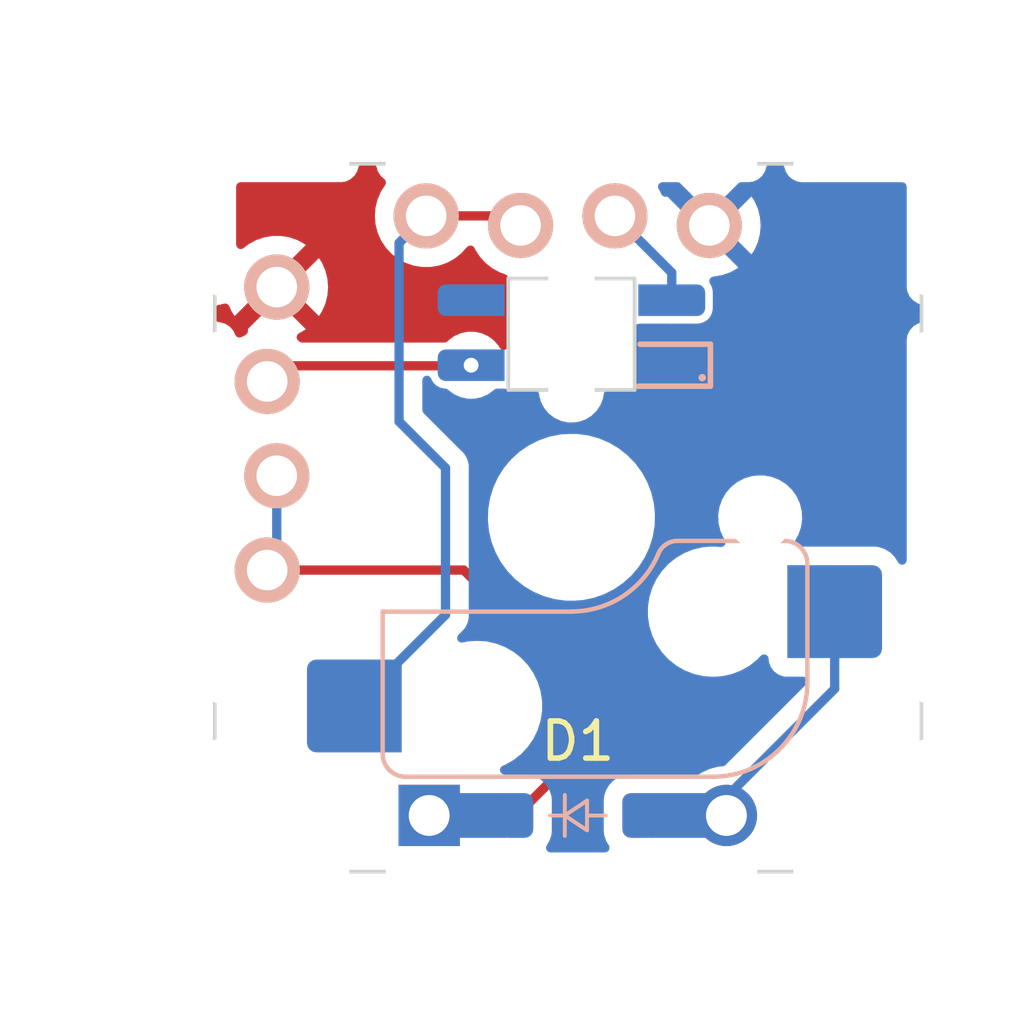
<source format=kicad_pcb>
(kicad_pcb (version 20221018) (generator pcbnew)
  (layers (0 "F.Cu" signal) (31 "B.Cu" signal) (34 "B.Paste" user) (35 "F.Paste" user) (36 "B.SilkS" user "B.Silkscreen") (37 "F.SilkS" user "F.Silkscreen") (38 "B.Mask" user) (39 "F.Mask" user) (44 "Edge.Cuts" user))
  (net 0 "")
  (net 1 "/Row")
  (net 2 "Net-(D1-A)")
  (net 3 "/Column")
  (net 4 "GND")
  (net 5 "Net-(J1-Pin_2)")
  (net 6 "Net-(J2-Pin_3)")
  (net 7 "VDD")
  (footprint "ergodonk_kicad_library:D_SOD-123_DO-35_Hybrid_DoubleSided" (layer "F.Cu") (at 181.88 93.4272)
    (fp_text reference "D1" (at 0 -2) (layer "F.SilkS"))
    (fp_text value "D")
    (fp_line (start -0.75 0) (end -0.35 0) (stroke (width 0.1)) (layer "B.SilkS"))
    (fp_line (start -0.35 0) (end -0.35 -0.55) (stroke (width 0.1)) (layer "B.SilkS"))
    (fp_line (start -0.35 0) (end -0.35 0.55) (stroke (width 0.1)) (layer "B.SilkS"))
    (fp_line (start -0.35 0) (end 0.25 0.4) (stroke (width 0.1)) (layer "B.SilkS"))
    (fp_line (start 0.25 -0.4) (end -0.35 0) (stroke (width 0.1)) (layer "B.SilkS"))
    (fp_line (start 0.25 0) (end 0.75 0) (stroke (width 0.1)) (layer "B.SilkS"))
    (fp_line (start 0.25 0.4) (end 0.25 -0.4) (stroke (width 0.1)) (layer "B.SilkS"))
    (fp_line (start -0.75 0) (end -0.35 0) (stroke (width 0.1)) (layer "F.SilkS"))
    (fp_line (start -0.35 0) (end -0.35 -0.55) (stroke (width 0.1)) (layer "F.SilkS"))
    (fp_line (start -0.35 0) (end -0.35 0.55) (stroke (width 0.1)) (layer "F.SilkS"))
    (fp_line (start -0.35 0) (end 0.25 -0.4) (stroke (width 0.1)) (layer "F.SilkS"))
    (fp_line (start 0.25 -0.4) (end 0.25 0.4) (stroke (width 0.1)) (layer "F.SilkS"))
    (fp_line (start 0.25 0) (end 0.75 0) (stroke (width 0.1)) (layer "F.SilkS"))
    (fp_line (start 0.25 0.4) (end -0.35 0) (stroke (width 0.1)) (layer "F.SilkS"))
    (pad "1" thru_hole rect (at -4 0) (size 1.65 1.65) (drill 1.1) (layers "*.Cu" "*.Mask") (net 1 "/Row"))
    (pad "1" smd rect (at -2.75 0) (size 1.6 1.2) (layers "B.Cu") (net 1 "/Row"))
    (pad "1" smd rect (at -2.7 0) (size 1.6 1.2) (layers "F.Cu") (net 1 "/Row"))
    (pad "1" smd roundrect (at -1.65 0) (size 0.9 1.2) (layers "F.Cu" "F.Paste" "F.Mask") (net 1 "/Row"))
    (pad "1" smd roundrect (at -1.65 0) (size 0.9 1.2) (layers "B.Cu" "B.Paste" "B.Mask") (net 1 "/Row"))
    (pad "2" smd roundrect (at 1.65 0) (size 0.9 1.2) (layers "F.Cu" "F.Paste" "F.Mask") (net 2 "Net-(D1-A)"))
    (pad "2" smd roundrect (at 1.65 0) (size 0.9 1.2) (layers "B.Cu" "B.Paste" "B.Mask") (net 2 "Net-(D1-A)"))
    (pad "2" smd rect (at 2.7 0) (size 1.6 1.2) (layers "F.Cu") (net 2 "Net-(D1-A)"))
    (pad "2" smd rect (at 2.7 0) (size 1.6 1.2) (layers "B.Cu") (net 2 "Net-(D1-A)"))
    (pad "2" thru_hole circle (at 4 0) (size 1.65 1.65) (drill 1.1) (layers "*.Cu" "*.Mask") (net 2 "Net-(D1-A)"))
  )
  (footprint "ergodonk_kicad_library:amoeba_executive_4pinn_conn" (layer "F.Cu") (at 173.65 83.01 90)
    (fp_text reference "J2" hide)
    (fp_text value "Conn_01x04_MountingPin" hide)
    (pad "1" thru_hole circle (at -3.81 -0.1286 270) (size 1.7526 1.7526) (drill 1.0922) (layers "*.Cu" "*.SilkS" "*.Mask") (net 1 "/Row"))
    (pad "2" thru_hole circle (at -1.27 0.1286 270) (size 1.7526 1.7526) (drill 1.0922) (layers "*.Cu" "*.SilkS" "*.Mask") (net 1 "/Row"))
    (pad "3" thru_hole circle (at 1.27 -0.1286 270) (size 1.7526 1.7526) (drill 1.0922) (layers "*.Cu" "*.SilkS" "*.Mask") (net 6 "Net-(J2-Pin_3)"))
    (pad "4" thru_hole circle (at 3.81 0.1286 270) (size 1.7526 1.7526) (drill 1.0922) (layers "*.Cu" "*.SilkS" "*.Mask") (net 7 "VDD"))
  )
  (footprint "ergodonk_kicad_library:amoeba_executive_4pinn_conn" (layer "F.Cu") (at 181.61 77.4114 180)
    (fp_text reference "J1" hide)
    (fp_text value "Conn_01x04_MountingPin" hide)
    (pad "1" thru_hole circle (at -3.81 -0.1286) (size 1.7526 1.7526) (drill 1.0922) (layers "*.Cu" "*.SilkS" "*.Mask") (net 4 "GND"))
    (pad "2" thru_hole circle (at -1.27 0.1286) (size 1.7526 1.7526) (drill 1.0922) (layers "*.Cu" "*.SilkS" "*.Mask") (net 5 "Net-(J1-Pin_2)"))
    (pad "3" thru_hole circle (at 1.27 -0.1286) (size 1.7526 1.7526) (drill 1.0922) (layers "*.Cu" "*.SilkS" "*.Mask") (net 3 "/Column"))
    (pad "4" thru_hole circle (at 3.81 0.1286) (size 1.7526 1.7526) (drill 1.0922) (layers "*.Cu" "*.SilkS" "*.Mask") (net 3 "/Column"))
  )
  (footprint "ergodonk_kicad_library:amoeba_executive_V2" (layer "F.Cu") (at 181.7087 85.3989)
    (fp_text reference "SW1" hide)
    (fp_text value "SW_PUSH_LED")
    (fp_line (start -5.08 2.54) (end -5.08 2.54) (stroke (width 0.12)) (layer "B.SilkS"))
    (fp_line (start -5.08 2.54) (end -5.08 2.54) (stroke (width 0.12)) (layer "B.SilkS"))
    (fp_line (start -5.08 6.36) (end -5.08 2.54) (stroke (width 0.12)) (layer "B.SilkS"))
    (fp_line (start -4.46 6.985) (end 3.81 6.985) (stroke (width 0.12)) (layer "B.SilkS"))
    (fp_line (start 0 2.54) (end -5.08 2.54) (stroke (width 0.12)) (layer "B.SilkS"))
    (fp_line (start 0 2.54) (end 0 2.54) (stroke (width 0.12)) (layer "B.SilkS"))
    (fp_line (start 1.8005 -3.529865) (end 3.7245 -3.529865) (stroke (width 0.15)) (layer "B.SilkS"))
    (fp_line (start 2.86 0.635) (end 5.72 0.635) (stroke (width 0.12)) (layer "B.SilkS"))
    (fp_line (start 3.7405 -4.659865) (end 1.8465 -4.659865) (stroke (width 0.15)) (layer "B.SilkS"))
    (fp_line (start 3.7405 -3.529865) (end 3.7405 -4.659865) (stroke (width 0.15)) (layer "B.SilkS"))
    (fp_line (start 3.81 6.985) (end 3.81 6.985) (stroke (width 0.12)) (layer "B.SilkS"))
    (fp_line (start 6.35 1.25) (end 6.35 4.445) (stroke (width 0.12)) (layer "B.SilkS"))
    (fp_line (start 6.35 4.445) (end 6.35 4.445) (stroke (width 0.12)) (layer "B.SilkS"))
    (fp_arc (start -4.465 6.985) (mid -4.899871 6.804871) (end -5.08 6.37) (stroke (width 0.12)) (layer "B.SilkS"))
    (fp_arc (start 2.34 0.98) (mid 1.405313 2.11213) (end 0 2.536928) (stroke (width 0.12)) (layer "B.SilkS"))
    (fp_arc (start 2.34 0.98) (mid 2.547384 0.727888) (end 2.859999 0.633863) (stroke (width 0.12)) (layer "B.SilkS"))
    (fp_arc (start 5.735129 0.635) (mid 6.170006 0.815123) (end 6.350129 1.25) (stroke (width 0.12)) (layer "B.SilkS"))
    (fp_arc (start 6.35 4.445) (mid 5.606051 6.241051) (end 3.81 6.985) (stroke (width 0.12)) (layer "B.SilkS"))
    (fp_circle (center 3.5205 -3.759865) (end 3.6205 -3.759865) (fill solid) (layer "B.SilkS"))
    (fp_line (start -1.6995 -6.429865) (end -1.6995 -3.429865) (stroke (width 0.1)) (layer "Edge.Cuts"))
    (fp_line (start 1.7005 -6.429865) (end -1.6995 -6.429865) (stroke (width 0.1)) (layer "Edge.Cuts"))
    (fp_line (start 1.7005 -3.429865) (end -1.6995 -3.429865) (stroke (width 0.1)) (layer "Edge.Cuts"))
    (fp_line (start 1.7005 -3.429865) (end 1.7005 -6.429865) (stroke (width 0.1)) (layer "Edge.Cuts"))
    (pad "" np_thru_hole oval (at -9.525 -7.875 90) (size 3.8 0.5) (drill oval 3.8 0.5) (layers "F&B.Cu" "*.Mask"))
    (pad "" np_thru_hole oval (at -9.525 0 90) (size 10 0.5) (drill oval 10 0.5) (layers "F&B.Cu" "*.Mask"))
    (pad "" np_thru_hole oval (at -9.525 7.875 90) (size 3.8 0.5) (drill oval 3.8 0.5) (layers "F&B.Cu" "*.Mask"))
    (pad "" np_thru_hole oval (at -7.875 -9.525) (size 3.8 0.5) (drill oval 3.8 0.5) (layers "F&B.Cu" "*.Mask"))
    (pad "" np_thru_hole oval (at -7.875 9.525) (size 3.8 0.5) (drill oval 3.8 0.5) (layers "F&B.Cu" "*.Mask"))
    (pad "" np_thru_hole circle (at -5.08 0 180) (size 1.75 1.75) (drill 1.75) (layers "*.Cu" "*.Mask"))
    (pad "" np_thru_hole circle (at -5.08 0 180) (size 1.75 1.75) (drill 1.75) (layers "*.Cu" "*.Mask"))
    (pad "" np_thru_hole circle (at -2.54 5.08 180) (size 3 3) (drill 3) (layers "*.Cu" "*.Mask"))
    (pad "" np_thru_hole oval (at 0 -9.525) (size 10 0.5) (drill oval 10 0.5) (layers "F&B.Cu" "*.Mask"))
    (pad "" np_thru_hole circle (at 0 0 180) (size 3.9878 3.9878) (drill 3.9878) (layers "*.Cu" "*.Mask"))
    (pad "" np_thru_hole circle (at 0 0 180) (size 3.9878 3.9878) (drill 3.9878) (layers "*.Cu" "*.Mask"))
    (pad "" np_thru_hole oval (at 0 9.525) (size 10 0.5) (drill oval 10 0.5) (layers "F&B.Cu" "*.Mask"))
    (pad "" np_thru_hole circle (at 0.0005 -6.429865 180) (size 1.25 1.25) (drill 1.25) (layers "F&B.Cu" "*.Mask"))
    (pad "" np_thru_hole circle (at 0.0005 -3.430135 180) (size 1.25 1.25) (drill 1.25) (layers "F&B.Cu" "*.Mask"))
    (pad "" np_thru_hole circle (at 3.81 2.54 180) (size 3 3) (drill 3) (layers "*.Cu" "*.Mask"))
    (pad "" np_thru_hole circle (at 5.08 0 180) (size 1.75 1.75) (drill 1.75) (layers "*.Cu" "*.Mask"))
    (pad "" np_thru_hole circle (at 5.08 0 180) (size 1.75 1.75) (drill 1.75) (layers "*.Cu" "*.Mask"))
    (pad "" np_thru_hole oval (at 7.875 -9.525) (size 3.8 0.5) (drill oval 3.8 0.5) (layers "F&B.Cu" "*.Mask"))
    (pad "" np_thru_hole oval (at 7.875 9.525) (size 3.8 0.5) (drill oval 3.8 0.5) (layers "F&B.Cu" "*.Mask"))
    (pad "" np_thru_hole oval (at 9.525 -7.875 90) (size 3.8 0.5) (drill oval 3.8 0.5) (layers "F&B.Cu" "*.Mask"))
    (pad "" np_thru_hole oval (at 9.525 0 90) (size 10 0.5) (drill oval 10 0.5) (layers "F&B.Cu" "*.Mask"))
    (pad "" np_thru_hole oval (at 9.525 7.875 90) (size 3.8 0.5) (drill oval 3.8 0.5) (layers "F&B.Cu" "*.Mask"))
    (pad "1" smd custom (at -2.6995 -5.844865) (size 0.85 0.85) (layers "B.Cu") (net 7 "VDD") (clearance 0.2) (options (clearance outline) (anchor circle)) (primitives (gr_poly (pts (xy -0.9 -0.2125) (xy -0.883824 -0.29382) (xy -0.83776 -0.36276) (xy -0.76882 -0.408824) (xy -0.6875 -0.425) (xy 0.9 -0.425) (xy 0.9 0.425) (xy -0.6875 0.425) (xy -0.76882 0.408824) (xy -0.83776 0.36276) (xy -0.883824 0.29382) (xy -0.9 0.2125)) (width 0) (fill yes))))
    (pad "2" smd custom (at -2.6995 -4.094865 180) (size 0.85 0.85) (layers "B.Cu") (net 6 "Net-(J2-Pin_3)") (clearance 0.2) (options (clearance outline) (anchor circle)) (primitives (gr_poly (pts (xy -0.9 -0.425) (xy 0.6875 -0.425) (xy 0.76882 -0.408824) (xy 0.83776 -0.36276) (xy 0.883824 -0.29382) (xy 0.9 -0.2125) (xy 0.9 0.2125) (xy 0.883824 0.29382) (xy 0.83776 0.36276) (xy 0.76882 0.408824) (xy 0.6875 0.425) (xy -0.9 0.425)) (width 0) (fill yes))))
    (pad "3" smd custom (at 2.7005 -4.099865 180) (size 0.85 0.85) (layers "B.Cu") (net 4 "GND") (clearance 0.2) (options (clearance outline) (anchor circle)) (primitives (gr_poly (pts (xy 0.9 -0.425) (xy -0.6875 -0.425) (xy -0.76882 -0.408824) (xy -0.83776 -0.36276) (xy -0.883824 -0.29382) (xy -0.9 -0.2125) (xy -0.9 0.2125) (xy -0.883824 0.29382) (xy -0.83776 0.36276) (xy -0.76882 0.408824) (xy -0.6875 0.425) (xy 0.9 0.425)) (width 0) (fill yes))))
    (pad "4" smd custom (at 2.7005 -5.844865) (size 0.85 0.85) (layers "B.Cu") (net 5 "Net-(J1-Pin_2)") (clearance 0.2) (options (clearance outline) (anchor circle)) (primitives (gr_poly (pts (xy -0.9 -0.425) (xy 0.6875 -0.425) (xy 0.76882 -0.408824) (xy 0.83776 -0.36276) (xy 0.883824 -0.29382) (xy 0.9 -0.2125) (xy 0.9 0.2125) (xy 0.883824 0.29382) (xy 0.83776 0.36276) (xy 0.76882 0.408824) (xy 0.6875 0.425) (xy -0.9 0.425)) (width 0) (fill yes))))
    (pad "5" smd roundrect (at 7.085 2.54 180) (size 2.55 2.5) (layers "B.Cu" "B.Paste" "B.Mask") (roundrect_rratio 0.1) (chamfer_ratio 0) (chamfer top_right bottom_right) (net 2 "Net-(D1-A)"))
    (pad "6" smd roundrect (at -5.842 5.08 180) (size 2.55 2.5) (layers "B.Cu" "B.Paste" "B.Mask") (roundrect_rratio 0.1) (chamfer_ratio 0) (chamfer top_left bottom_left) (net 3 "/Column"))
  )
  (gr_rect (start 172.11 75.88) (end 191.13 94.94) (stroke (width 0.1)) (fill none) (layer "Edge.Cuts"))
  (segment (start 181.58 92.0772) (end 180.23 93.4272) (width 0.25) (layer "F.Cu") (net 1))
  (segment (start 181.58 89.59) (end 181.58 92.0772) (width 0.25) (layer "F.Cu") (net 1))
  (segment (start 178.81 86.82) (end 181.58 89.59) (width 0.25) (layer "F.Cu") (net 1))
  (segment (start 173.5214 86.82) (end 178.81 86.82) (width 0.25) (layer "F.Cu") (net 1))
  (segment (start 173.7786 84.28) (end 173.7786 86.5628) (width 0.25) (layer "B.Cu") (net 1))
  (segment (start 173.7786 86.5628) (end 173.5214 86.82) (width 0.25) (layer "B.Cu") (net 1))
  (segment (start 185.88 92.93) (end 188.7937 90.0163) (width 0.25) (layer "B.Cu") (net 2))
  (segment (start 185.88 93.4272) (end 185.88 92.93) (width 0.25) (layer "B.Cu") (net 2))
  (segment (start 188.7937 90.0163) (end 188.7937 87.9389) (width 0.25) (layer "B.Cu") (net 2))
  (segment (start 177.8 77.2828) (end 180.0828 77.2828) (width 0.25) (layer "F.Cu") (net 3))
  (segment (start 180.0828 77.2828) (end 180.34 77.54) (width 0.25) (layer "F.Cu") (net 3))
  (segment (start 177.8 77.2828) (end 177.07 78.0128) (width 0.25) (layer "B.Cu") (net 3))
  (segment (start 177.07 82.82) (end 178.32 84.07) (width 0.25) (layer "B.Cu") (net 3))
  (segment (start 177.07 78.0128) (end 177.07 82.82) (width 0.25) (layer "B.Cu") (net 3))
  (segment (start 178.32 88.0256) (end 175.8667 90.4789) (width 0.25) (layer "B.Cu") (net 3))
  (segment (start 178.32 84.07) (end 178.32 88.0256) (width 0.25) (layer "B.Cu") (net 3))
  (segment (start 185.1628 77.2828) (end 185.42 77.54) (width 0.25) (layer "F.Cu") (net 4))
  (segment (start 185.1628 77.2828) (end 185.42 77.54) (width 0.25) (layer "B.Cu") (net 4))
  (segment (start 182.88 77.2828) (end 184.4092 78.812) (width 0.25) (layer "B.Cu") (net 5))
  (segment (start 184.4092 78.812) (end 184.4092 79.554035) (width 0.25) (layer "B.Cu") (net 5))
  (segment (start 178.993235 81.32) (end 179.0092 81.304035) (width 0.25) (layer "F.Cu") (net 6))
  (segment (start 173.9414 81.32) (end 178.993235 81.32) (width 0.25) (layer "F.Cu") (net 6))
  (segment (start 173.5214 81.74) (end 173.9414 81.32) (width 0.25) (layer "F.Cu") (net 6))
  (via (at 179.0092 81.304035) (size 0.8) (drill 0.4) (layers "F.Cu" "B.Cu") (net 6))
  (zone (net 7) (net_name "VDD") (layer "F.Cu") (priority 1) (connect_pads (clearance 0.5)) (min_thickness 0.25) (fill yes (thermal_gap 0.5) (thermal_bridge_width 0.5))
    (polygon (pts (xy 192.6 75.06) (xy 192.58 96.89) (xy 170.04 96.71) (xy 170.26 73.21) (xy 192.58 74.97) (xy 192.91 75)))
  )
  (zone (net 4) (net_name "GND") (layer "B.Cu") (connect_pads (clearance 0.5)) (min_thickness 0.25) (fill yes (thermal_gap 0.5) (thermal_bridge_width 0.5))
    (polygon (pts (xy 193.41 74.43) (xy 193.9 98.84) (xy 166.33 97.96) (xy 166.96 71.47) (xy 193.37 74.37)))
  )
)
</source>
